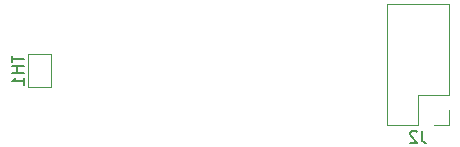
<source format=gbo>
G04 #@! TF.GenerationSoftware,KiCad,Pcbnew,(5.1.10)-1*
G04 #@! TF.CreationDate,2021-09-05T18:13:48+09:00*
G04 #@! TF.ProjectId,CellBalancing_BQ77915_5S,43656c6c-4261-46c6-916e-63696e675f42,rev?*
G04 #@! TF.SameCoordinates,Original*
G04 #@! TF.FileFunction,Legend,Bot*
G04 #@! TF.FilePolarity,Positive*
%FSLAX46Y46*%
G04 Gerber Fmt 4.6, Leading zero omitted, Abs format (unit mm)*
G04 Created by KiCad (PCBNEW (5.1.10)-1) date 2021-09-05 18:13:48*
%MOMM*%
%LPD*%
G01*
G04 APERTURE LIST*
%ADD10C,0.120000*%
%ADD11C,0.150000*%
G04 APERTURE END LIST*
D10*
X119700000Y-105200000D02*
X119700000Y-108000000D01*
X119700000Y-108000000D02*
X121700000Y-108000000D01*
X121700000Y-108000000D02*
X121700000Y-105200000D01*
X121700000Y-105200000D02*
X119700000Y-105200000D01*
X155330000Y-111230000D02*
X154060000Y-111230000D01*
X155330000Y-109900000D02*
X155330000Y-111230000D01*
X152730000Y-108630000D02*
X155330000Y-108630000D01*
X152730000Y-111230000D02*
X152730000Y-108630000D01*
X150130000Y-111230000D02*
X152730000Y-111230000D01*
X150130000Y-100950000D02*
X150130000Y-111230000D01*
X155330000Y-100950000D02*
X150130000Y-100950000D01*
X155330000Y-108630000D02*
X155330000Y-100950000D01*
D11*
X118352380Y-105314285D02*
X118352380Y-105885714D01*
X119352380Y-105600000D02*
X118352380Y-105600000D01*
X119352380Y-106219047D02*
X118352380Y-106219047D01*
X118828571Y-106219047D02*
X118828571Y-106790476D01*
X119352380Y-106790476D02*
X118352380Y-106790476D01*
X119352380Y-107790476D02*
X119352380Y-107219047D01*
X119352380Y-107504761D02*
X118352380Y-107504761D01*
X118495238Y-107409523D01*
X118590476Y-107314285D01*
X118638095Y-107219047D01*
X153063333Y-111682380D02*
X153063333Y-112396666D01*
X153110952Y-112539523D01*
X153206190Y-112634761D01*
X153349047Y-112682380D01*
X153444285Y-112682380D01*
X152634761Y-111777619D02*
X152587142Y-111730000D01*
X152491904Y-111682380D01*
X152253809Y-111682380D01*
X152158571Y-111730000D01*
X152110952Y-111777619D01*
X152063333Y-111872857D01*
X152063333Y-111968095D01*
X152110952Y-112110952D01*
X152682380Y-112682380D01*
X152063333Y-112682380D01*
M02*

</source>
